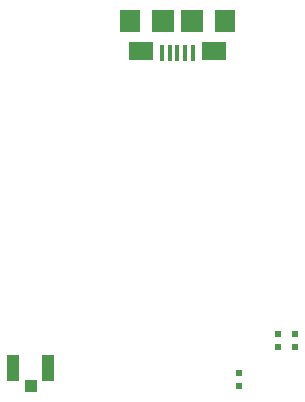
<source format=gbp>
G04 #@! TF.FileFunction,Paste,Bot*
%FSLAX46Y46*%
G04 Gerber Fmt 4.6, Leading zero omitted, Abs format (unit mm)*
G04 Created by KiCad (PCBNEW 4.0.2+dfsg1-stable) date Di 23 Mai 2017 03:16:38 CEST*
%MOMM*%
G01*
G04 APERTURE LIST*
%ADD10C,0.100000*%
%ADD11R,0.400000X1.350000*%
%ADD12R,2.100000X1.600000*%
%ADD13R,1.900000X1.900000*%
%ADD14R,1.800000X1.900000*%
%ADD15R,0.500000X0.600000*%
%ADD16R,1.050000X2.200000*%
%ADD17R,1.000000X1.050000*%
G04 APERTURE END LIST*
D10*
D11*
X60700000Y-95350000D03*
X61350000Y-95350000D03*
X62000000Y-95350000D03*
X62650000Y-95350000D03*
X63300000Y-95350000D03*
D12*
X65100000Y-95225000D03*
X58900000Y-95225000D03*
D13*
X60800000Y-92675000D03*
X63200000Y-92675000D03*
D14*
X58000000Y-92675000D03*
X66000000Y-92675000D03*
D15*
X67250000Y-123550000D03*
X67250000Y-122450000D03*
X70550000Y-120250000D03*
X70550000Y-119150000D03*
X71950000Y-120250000D03*
X71950000Y-119150000D03*
D16*
X48125000Y-122075000D03*
X51075000Y-122075000D03*
D17*
X49600000Y-123600000D03*
M02*

</source>
